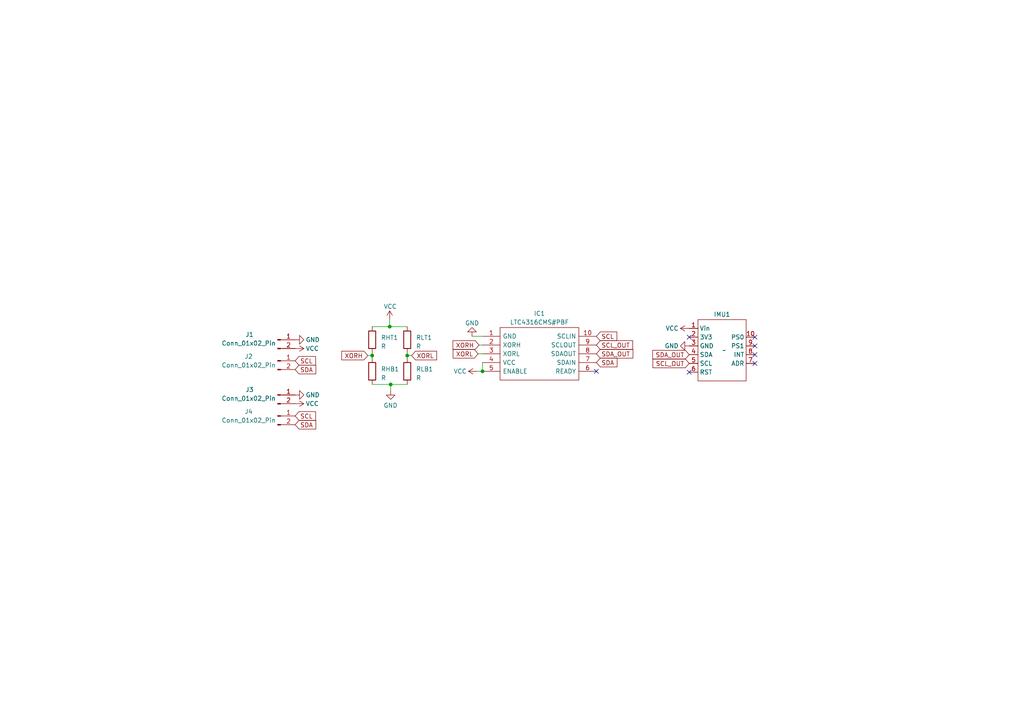
<source format=kicad_sch>
(kicad_sch (version 20230121) (generator eeschema)
  (paper "A4")
  (lib_symbols
    (symbol "BNO_055:BNO_055"
      (property "Reference" "IMU" (at 0 0 0))
      (symbol "BNO_055_0_1"
        (rectangle (start -7.62 8.89) (end 6.35 -8.89))
      )
      (symbol "BNO_055_1_1"
        (pin power_in line (at -10.16 6.35 0) (length 2.54) (name "Vin") (number "1"))
        (pin bidirectional line (at 8.89 3.81 180) (length 2.54) (name "PS0") (number "10"))
        (pin power_in line (at -10.16 3.81 0) (length 2.54) (name "3V3") (number "2"))
        (pin power_out line (at -10.16 1.27 0) (length 2.54) (name "GND") (number "3"))
        (pin bidirectional line (at -10.16 -1.27 0) (length 2.54) (name "SDA") (number "4"))
        (pin bidirectional line (at -10.16 -3.81 0) (length 2.54) (name "SCL") (number "5"))
        (pin bidirectional line (at -10.16 -6.35 0) (length 2.54) (name "RST") (number "6"))
        (pin input line (at 8.89 -3.81 180) (length 2.54) (name "ADR") (number "7"))
        (pin output line (at 8.89 -1.27 180) (length 2.54) (name "INT") (number "8"))
        (pin bidirectional line (at 8.89 1.27 180) (length 2.54) (name "PS1") (number "9"))
      )
    )
    (symbol "Connector:Conn_01x02_Pin" (pin_names (offset 1.016) hide)
      (property "Reference" "J" (at 0 2.54 0))
      (property "Value" "Conn_01x02_Pin" (at 0 -5.08 0))
      (symbol "Conn_01x02_Pin_1_1"
        (polyline (pts (xy 1.27 -2.54) (xy 0.8636 -2.54)) (stroke (width 0.1524)))
        (polyline (pts (xy 1.27 0) (xy 0.8636 0)) (stroke (width 0.1524)))
        (rectangle (start 0.8636 -2.413) (end 0 -2.667) (stroke (width 0.1524)) (fill (type outline)))
        (rectangle (start 0.8636 0.127) (end 0 -0.127) (stroke (width 0.1524)) (fill (type outline)))
        (pin passive line (at 5.08 0 180) (length 3.81) (name "Pin_1") (number "1"))
        (pin passive line (at 5.08 -2.54 180) (length 3.81) (name "Pin_2") (number "2"))
      )
    )
    (symbol "Device:R" (pin_numbers hide) (pin_names (offset 0))
      (property "Reference" "R" (at 2.032 0 90))
      (property "Value" "R" (at 0 0 90))
      (symbol "R_0_1"
        (rectangle (start -1.016 -2.54) (end 1.016 2.54) (stroke (width 0.254)))
      )
      (symbol "R_1_1"
        (pin passive line (at 0 3.81 270) (length 1.27) (name "~") (number "1"))
        (pin passive line (at 0 -3.81 90) (length 1.27) (name "~") (number "2"))
      )
    )
    (symbol "LTC4316CMS#PBF:LTC4316CMS#PBF" (pin_names (offset 0.762))
      (property "Reference" "IC" (at 29.21 7.62 0))
      (property "Value" "LTC4316CMS#PBF" (at 29.21 5.08 0))
      (symbol "LTC4316CMS#PBF_0_0"
        (pin passive line (at 0 0 0) (length 5.08) (name "GND") (number "1"))
        (pin passive line (at 33.02 0 180) (length 5.08) (name "SCLIN") (number "10"))
        (pin passive line (at 0 -2.54 0) (length 5.08) (name "XORH") (number "2"))
        (pin passive line (at 0 -5.08 0) (length 5.08) (name "XORL") (number "3"))
        (pin passive line (at 0 -7.62 0) (length 5.08) (name "VCC") (number "4"))
        (pin passive line (at 0 -10.16 0) (length 5.08) (name "ENABLE") (number "5"))
        (pin passive line (at 33.02 -10.16 180) (length 5.08) (name "READY") (number "6"))
        (pin passive line (at 33.02 -7.62 180) (length 5.08) (name "SDAIN") (number "7"))
        (pin passive line (at 33.02 -5.08 180) (length 5.08) (name "SDAOUT") (number "8"))
        (pin passive line (at 33.02 -2.54 180) (length 5.08) (name "SCLOUT") (number "9"))
      )
      (symbol "LTC4316CMS#PBF_0_1"
        (polyline (pts (xy 5.08 2.54) (xy 27.94 2.54) (xy 27.94 -12.7) (xy 5.08 -12.7) (xy 5.08 2.54)) (stroke (width 0.1524)))
      )
    )
    (symbol "power:GND" (power) (pin_names (offset 0))
      (property "Value" "GND" (at 0 -3.81 0))
      (symbol "GND_0_1"
        (polyline (pts (xy 0 0) (xy 0 -1.27) (xy 1.27 -1.27) (xy 0 -2.54) (xy -1.27 -1.27) (xy 0 -1.27)))
      )
      (symbol "GND_1_1"
        (pin power_in line (at 0 0 270) (length 0) hide (name "GND") (number "1"))
      )
    )
    (symbol "power:VCC" (power) (pin_names (offset 0))
      (property "Value" "VCC" (at 0 3.81 0))
      (symbol "VCC_0_1"
        (polyline (pts (xy -0.762 1.27) (xy 0 2.54)))
        (polyline (pts (xy 0 0) (xy 0 2.54)))
        (polyline (pts (xy 0 2.54) (xy 0.762 1.27)))
      )
      (symbol "VCC_1_1"
        (pin power_in line (at 0 0 90) (length 0) hide (name "VCC") (number "1"))
      )
    )
  )
  (junction (at 139.954 107.696))
  (junction (at 113.3056 111.506))
  (junction (at 118.11 103.124))
  (junction (at 107.95 103.124))
  (junction (at 113.03 94.742))
  (no_connect (at 218.948 100.33))
  (no_connect (at 218.948 102.87))
  (no_connect (at 218.948 105.41))
  (no_connect (at 199.898 97.79))
  (no_connect (at 172.974 107.696))
  (no_connect (at 199.898 107.95))
  (no_connect (at 218.948 97.79))
  (wire (pts (xy 107.95 102.362) (xy 107.95 103.124)))
  (wire (pts (xy 118.11 94.742) (xy 113.03 94.742)))
  (wire (pts (xy 107.95 94.742) (xy 113.03 94.742)))
  (wire (pts (xy 107.95 103.124) (xy 107.95 103.886)))
  (wire (pts (xy 113.3056 111.506) (xy 113.3056 113.3024)))
  (wire (pts (xy 113.3056 111.506) (xy 118.11 111.506)))
  (wire (pts (xy 118.11 102.362) (xy 118.11 103.124)))
  (wire (pts (xy 106.68 103.124) (xy 107.95 103.124)))
  (wire (pts (xy 138.684 102.616) (xy 139.954 102.616)))
  (wire (pts (xy 119.38 103.124) (xy 118.11 103.124)))
  (wire (pts (xy 113.03 94.742) (xy 113.03 92.71)))
  (wire (pts (xy 138.938 100.076) (xy 139.954 100.076)))
  (wire (pts (xy 139.954 107.696) (xy 139.954 105.156)))
  (wire (pts (xy 138.43 107.696) (xy 139.954 107.696)))
  (wire (pts (xy 107.95 111.506) (xy 113.3056 111.506)))
  (wire (pts (xy 118.11 103.124) (xy 118.11 103.886)))
  (wire (pts (xy 136.906 97.536) (xy 139.954 97.536)))
  (global_label "SCL" (shape input) (at 85.598 120.65 0) (property "Intersheetrefs" "${INTERSHEET_REFS}" (effects hide)))
  (global_label "SDA" (shape input) (at 85.598 123.19 0) (property "Intersheetrefs" "${INTERSHEET_REFS}" (effects hide)))
  (global_label "SDA_OUT" (shape input) (at 199.898 102.87 180) (property "Intersheetrefs" "${INTERSHEET_REFS}" (effects hide)))
  (global_label "XORH" (shape input) (at 138.938 100.076 180) (property "Intersheetrefs" "${INTERSHEET_REFS}" (effects hide)))
  (global_label "SCL_OUT" (shape input) (at 199.898 105.41 180) (property "Intersheetrefs" "${INTERSHEET_REFS}" (effects hide)))
  (global_label "XORL" (shape input) (at 119.38 103.124 0) (property "Intersheetrefs" "${INTERSHEET_REFS}" (effects hide)))
  (global_label "SDA" (shape input) (at 172.974 105.156 0) (property "Intersheetrefs" "${INTERSHEET_REFS}" (effects hide)))
  (global_label "SCL_OUT" (shape input) (at 172.974 100.076 0) (property "Intersheetrefs" "${INTERSHEET_REFS}" (effects hide)))
  (global_label "SCL" (shape input) (at 172.974 97.536 0) (property "Intersheetrefs" "${INTERSHEET_REFS}" (effects hide)))
  (global_label "XORH" (shape input) (at 106.68 103.124 180) (property "Intersheetrefs" "${INTERSHEET_REFS}" (effects hide)))
  (global_label "SDA" (shape input) (at 85.598 107.188 0) (property "Intersheetrefs" "${INTERSHEET_REFS}" (effects hide)))
  (global_label "SCL" (shape input) (at 85.598 104.648 0) (property "Intersheetrefs" "${INTERSHEET_REFS}" (effects hide)))
  (global_label "SDA_OUT" (shape input) (at 172.974 102.616 0) (property "Intersheetrefs" "${INTERSHEET_REFS}" (effects hide)))
  (global_label "XORL" (shape input) (at 138.684 102.616 180) (property "Intersheetrefs" "${INTERSHEET_REFS}" (effects hide)))
  (symbol (lib_id "Connector:Conn_01x02_Pin") (at 80.518 98.552 0) (unit 1)
    (property "Reference" "J1" (at 72.39 97.028 0))
    (property "Value" "Conn_01x02_Pin" (at 72.136 99.568 0))
    (property "Footprint" "XTConnectors:XT30U-M_1x02_P5.0mm_Vertical" (effects hide))
  )
  (symbol (lib_id "Connector:Conn_01x02_Pin") (at 80.518 104.648 0) (unit 1)
    (property "Reference" "J2" (at 72.136 103.378 0))
    (property "Value" "Conn_01x02_Pin" (at 72.136 105.918 0))
    (property "Footprint" "XTConnectors:XT30U-M_1x02_P5.0mm_Vertical" (effects hide))
  )
  (symbol (lib_id "power:GND") (at 85.598 98.552 90) (unit 1)
    (property "Reference" "#PWR05" (effects hide))
    (property "Value" "GND" (at 88.646 98.552 90) (effects (justify right)))
  )
  (symbol (lib_id "Connector:Conn_01x02_Pin") (at 80.518 114.554 0) (unit 1)
    (property "Reference" "J3" (at 72.39 113.03 0))
    (property "Value" "Conn_01x02_Pin" (at 72.136 115.57 0))
    (property "Footprint" "XTConnectors:XT30U-M_1x02_P5.0mm_Vertical" (effects hide))
  )
  (symbol (lib_id "LTC4316CMS#PBF:LTC4316CMS#PBF") (at 139.954 97.536 0) (unit 1)
    (property "Reference" "IC1" (at 156.464 90.932 0))
    (property "Value" "LTC4316CMS#PBF" (at 156.464 93.472 0))
    (property "Footprint" "LTC4316:SOP50P490X110-10N" (effects hide))
    (property "Datasheet" "https://www.analog.com/media/en/technical-documentation/data-sheets/4316fa.pdf" (effects hide))
    (property "Description" "Interface - Specialized 1x I2C/SMBus Address Translator" (effects hide))
    (property "Height" "1.1" (effects hide))
    (property "Manufacturer_Name" "Analog Devices" (effects hide))
    (property "Manufacturer_Part_Number" "LTC4316CMS#PBF" (effects hide))
    (property "Mouser Part Number" "584-LTC4316CMS#PBF" (effects hide))
    (property "Mouser Price/Stock" "https://www.mouser.co.uk/ProductDetail/Analog-Devices/LTC4316CMSPBF?qs=oahfZPh6IAIDwatVP26t6Q%3D%3D" (effects hide))
    (property "Arrow Part Number" "LTC4316CMS#PBF" (effects hide))
    (property "Arrow Price/Stock" "https://www.arrow.com/en/products/ltc4316cmspbf/analog-devices?region=nac" (effects hide))
  )
  (symbol (lib_id "power:GND") (at 85.598 114.554 90) (unit 1)
    (property "Reference" "#PWR09" (effects hide))
    (property "Value" "GND" (at 88.646 114.554 90) (effects (justify right)))
  )
  (symbol (lib_id "power:GND") (at 136.906 97.536 180) (unit 1)
    (property "Reference" "#PWR01" (effects hide))
    (property "Value" "GND" (at 134.874 93.726 0) (effects (justify right)))
  )
  (symbol (lib_id "power:GND") (at 113.3056 113.3024 0) (unit 1)
    (property "Reference" "#PWR07" (effects hide))
    (property "Value" "GND" (at 115.316 117.602 0) (effects (justify right)))
  )
  (symbol (lib_id "power:GND") (at 199.898 100.33 270) (unit 1)
    (property "Reference" "#PWR03" (effects hide))
    (property "Value" "GND" (at 196.85 100.33 90) (effects (justify right)))
  )
  (symbol (lib_id "Device:R") (at 118.11 98.552 0) (unit 1)
    (property "Reference" "RLT1" (at 120.65 97.917 0) (effects (justify left)))
    (property "Value" "R" (at 120.65 100.457 0) (effects (justify left)))
    (property "Footprint" "Resistor_THT:R_Axial_DIN0207_L6.3mm_D2.5mm_P7.62mm_Horizontal" (effects hide))
  )
  (symbol (lib_id "BNO_055:BNO_055") (at 210.058 101.6 0) (unit 1)
    (property "Reference" "IMU1" (at 209.423 91.186 0))
    (property "Value" "~" (at 210.058 101.6 0))
    (property "Footprint" "BNO_055:BNO_055" (effects hide))
  )
  (symbol (lib_id "power:VCC") (at 113.03 92.71 0) (unit 1)
    (property "Reference" "#PWR08" (effects hide))
    (property "Value" "VCC" (at 111.252 88.9 0) (effects (justify left)))
  )
  (symbol (lib_id "power:VCC") (at 138.43 107.696 90) (unit 1)
    (property "Reference" "#PWR02" (effects hide))
    (property "Value" "VCC" (at 135.382 107.696 90) (effects (justify left)))
  )
  (symbol (lib_id "power:VCC") (at 199.898 95.25 90) (unit 1)
    (property "Reference" "#PWR04" (effects hide))
    (property "Value" "VCC" (at 196.85 95.25 90) (effects (justify left)))
  )
  (symbol (lib_id "Device:R") (at 107.95 98.552 0) (unit 1)
    (property "Reference" "RHT1" (at 110.49 97.917 0) (effects (justify left)))
    (property "Value" "R" (at 110.49 100.457 0) (effects (justify left)))
    (property "Footprint" "Resistor_THT:R_Axial_DIN0207_L6.3mm_D2.5mm_P7.62mm_Horizontal" (effects hide))
  )
  (symbol (lib_id "Device:R") (at 107.95 107.696 0) (unit 1)
    (property "Reference" "RHB1" (at 110.49 107.061 0) (effects (justify left)))
    (property "Value" "R" (at 110.49 109.601 0) (effects (justify left)))
    (property "Footprint" "Resistor_THT:R_Axial_DIN0207_L6.3mm_D2.5mm_P7.62mm_Horizontal" (effects hide))
  )
  (symbol (lib_id "power:VCC") (at 85.598 101.092 270) (unit 1)
    (property "Reference" "#PWR06" (effects hide))
    (property "Value" "VCC" (at 88.646 101.092 90) (effects (justify left)))
  )
  (symbol (lib_id "Connector:Conn_01x02_Pin") (at 80.518 120.65 0) (unit 1)
    (property "Reference" "J4" (at 72.136 119.38 0))
    (property "Value" "Conn_01x02_Pin" (at 72.136 121.92 0))
    (property "Footprint" "XTConnectors:XT30U-M_1x02_P5.0mm_Vertical" (effects hide))
  )
  (symbol (lib_id "Device:R") (at 118.11 107.696 0) (unit 1)
    (property "Reference" "RLB1" (at 120.65 107.061 0) (effects (justify left)))
    (property "Value" "R" (at 120.65 109.601 0) (effects (justify left)))
    (property "Footprint" "Resistor_THT:R_Axial_DIN0207_L6.3mm_D2.5mm_P7.62mm_Horizontal" (effects hide))
  )
  (symbol (lib_id "power:VCC") (at 85.598 117.094 270) (unit 1)
    (property "Reference" "#PWR010" (effects hide))
    (property "Value" "VCC" (at 88.646 117.094 90) (effects (justify left)))
  )
)
</source>
